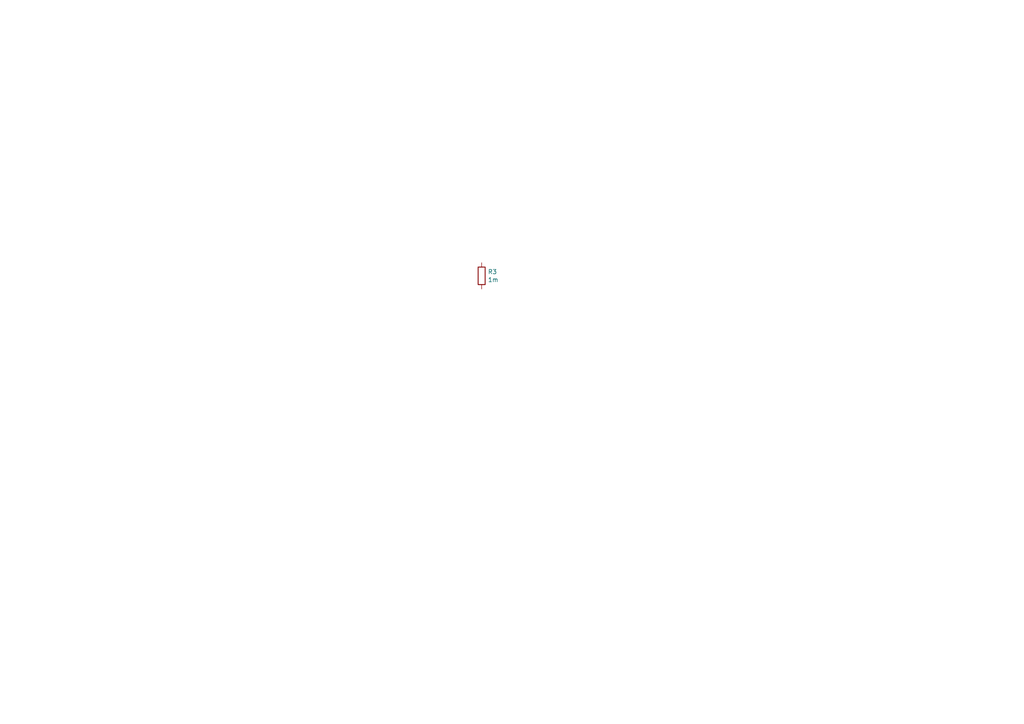
<source format=kicad_sch>
(kicad_sch (version 20211123) (generator eeschema)
  (paper "A4")
  (title_block (title "") (date "") (rev "") (company "") (comment 1 "") (comment 2 "") (comment 3 "") (comment 4 ""))
  (lib_symbols
    (symbol "Device:R" (pin_numbers hide) (pin_names (offset 0))
      (property "Reference" "R" (at 2.032 0 90))
      (property "Value" "R" (at 0 0 90))
      (symbol "R_0_1"
        (rectangle (start -1.016 -2.54) (end 1.016 2.54) (stroke (width 0.254)))
      )
      (symbol "R_1_1"
        (pin passive line (at 0 3.81 270) (length 1.27) (name "~") (number "1"))
        (pin passive line (at 0 -3.81 90) (length 1.27) (name "~") (number "2"))
      )
    )
  )
  (symbol (lib_id "Device:R") (at 139.7 80.01 0)
    (property "Reference" "R3" (at 141.478 78.8416 0) (effects (justify left)))
    (property "Value" "1m" (at 141.478 81.153 0) (effects (justify left)))
  )
)
</source>
